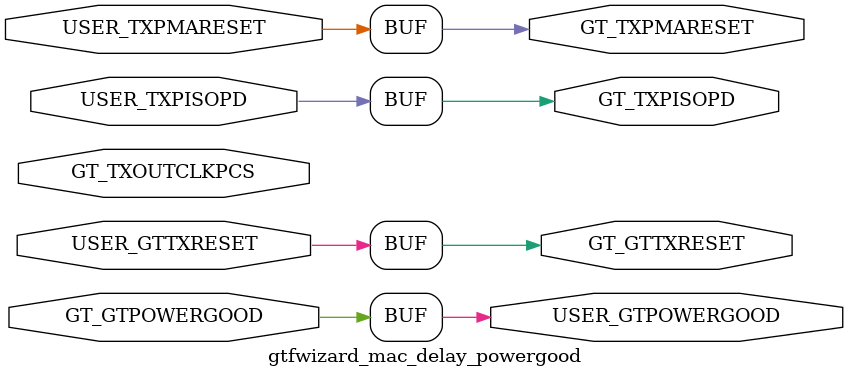
<source format=v>
/*
Copyright (c) 2023, Advanced Micro Devices, Inc. All rights reserved.
SPDX-License-Identifier: MIT
*/

//------------------------------------------------------------------------------


//------{
`timescale 1ps/1ps

`default_nettype none
(* DowngradeIPIdentifiedWarnings="yes" *)
module gtfwizard_mac_delay_powergood # (
  parameter C_USER_GTPOWERGOOD_DELAY_EN = 0
)(
  input wire GT_TXOUTCLKPCS,

  input wire GT_GTPOWERGOOD,
  input wire USER_GTTXRESET,
  input wire USER_TXPMARESET,
  input wire USER_TXPISOPD,

  output wire USER_GTPOWERGOOD,
  output wire GT_GTTXRESET,
  output wire GT_TXPMARESET,
  output wire GT_TXPISOPD
);

generate if (C_USER_GTPOWERGOOD_DELAY_EN == 0)
begin : gen_powergood_nodelay
  assign GT_TXPISOPD      = USER_TXPISOPD;
  assign GT_GTTXRESET     = USER_GTTXRESET;
  assign GT_TXPMARESET    = USER_TXPMARESET;
  assign USER_GTPOWERGOOD = GT_GTPOWERGOOD;
end
else
begin: gen_powergood_delay
  (*  ASYNC_REG = "TRUE", SHREG_EXTRACT = "NO" *) reg [4:0] intclk_rrst_n_r = 5'd0;
  (*  ASYNC_REG = "TRUE", SHREG_EXTRACT = "NO" *) reg [8:0] wait_cnt;
  (*  ASYNC_REG = "TRUE", SHREG_EXTRACT = "NO" *) (* KEEP = "TRUE" *) reg int_pwr_on_fsm = 1'b0;
  (*  ASYNC_REG = "TRUE", SHREG_EXTRACT = "NO" *) (* KEEP = "TRUE" *) reg pwr_on_fsm = 1'b0;
  wire intclk_rrst_n;
  
  //--------------------------------------------------------------------------
  //  POWER ON FSM Encoding
  //-------------------------------------------------------------------------- 
  localparam PWR_ON_WAIT_CNT           = 1'b0;
  localparam PWR_ON_DONE               = 1'b1; 
  
  //--------------------------------------------------------------------------------------------------
  //  Reset Synchronizer
  //--------------------------------------------------------------------------------------------------
  always @ (posedge GT_TXOUTCLKPCS or negedge GT_GTPOWERGOOD)
  begin
      if (!GT_GTPOWERGOOD)
          intclk_rrst_n_r <= 5'd0;
      else if(!int_pwr_on_fsm)
          intclk_rrst_n_r <= {intclk_rrst_n_r[3:0], 1'd1}; 
  end

  assign intclk_rrst_n = intclk_rrst_n_r[4];

  //--------------------------------------------------------------------------------------------------
  //  Wait counter 
  //--------------------------------------------------------------------------------------------------
  always @ (posedge GT_TXOUTCLKPCS)
  begin
    if (!intclk_rrst_n)
    	wait_cnt <= 9'd0;
    else begin
    	if (int_pwr_on_fsm == PWR_ON_WAIT_CNT)
    		wait_cnt <= {wait_cnt[7:0],1'b1};
    	else
    		wait_cnt <= wait_cnt;
    end
  end

  //--------------------------------------------------------------------------------------------------
  // Power On FSM
  //--------------------------------------------------------------------------------------------------

  always @ (posedge GT_TXOUTCLKPCS or negedge GT_GTPOWERGOOD)
  begin
    if (!GT_GTPOWERGOOD)
    begin
      int_pwr_on_fsm <= PWR_ON_WAIT_CNT;
    end
    else begin
      case (int_pwr_on_fsm)
        PWR_ON_WAIT_CNT :
          begin
            int_pwr_on_fsm <= (wait_cnt[7] == 1'b1) ? PWR_ON_DONE : PWR_ON_WAIT_CNT;
          end 

        PWR_ON_DONE :
          begin
            int_pwr_on_fsm <= PWR_ON_DONE;
          end

        default :
        begin
          int_pwr_on_fsm <= PWR_ON_WAIT_CNT;
        end
      endcase
    end
  end

  always @(posedge GT_TXOUTCLKPCS)
    pwr_on_fsm <= int_pwr_on_fsm;

  assign GT_TXPISOPD      = pwr_on_fsm ? USER_TXPISOPD : 1'b1;
  assign GT_GTTXRESET     = pwr_on_fsm ? USER_GTTXRESET : !GT_GTPOWERGOOD;
  assign GT_TXPMARESET    = pwr_on_fsm ? USER_TXPMARESET : 1'b0;
  assign USER_GTPOWERGOOD = pwr_on_fsm; 

end
endgenerate

endmodule
`default_nettype wire
//------}

</source>
